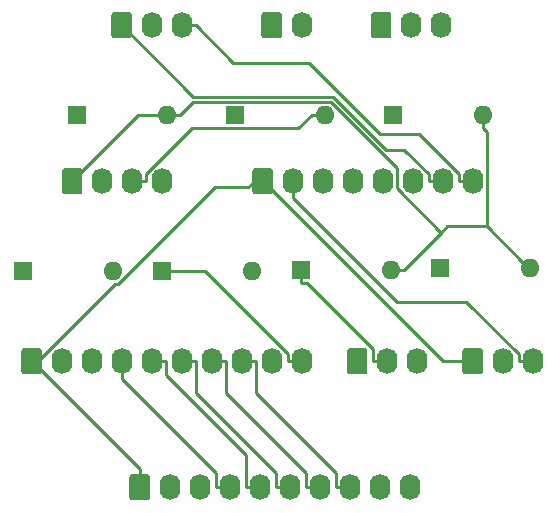
<source format=gbr>
G04 #@! TF.GenerationSoftware,KiCad,Pcbnew,(5.1.5-0-10_14)*
G04 #@! TF.CreationDate,2021-04-18T14:53:33+10:00*
G04 #@! TF.ProjectId,OH - Right Console - A - Sim Control,4f48202d-2052-4696-9768-7420436f6e73,rev?*
G04 #@! TF.SameCoordinates,Original*
G04 #@! TF.FileFunction,Copper,L2,Bot*
G04 #@! TF.FilePolarity,Positive*
%FSLAX46Y46*%
G04 Gerber Fmt 4.6, Leading zero omitted, Abs format (unit mm)*
G04 Created by KiCad (PCBNEW (5.1.5-0-10_14)) date 2021-04-18 14:53:33*
%MOMM*%
%LPD*%
G04 APERTURE LIST*
%ADD10O,1.740000X2.200000*%
%ADD11C,0.100000*%
%ADD12O,1.600000X1.600000*%
%ADD13R,1.600000X1.600000*%
%ADD14C,0.250000*%
G04 APERTURE END LIST*
D10*
X168783000Y-133350000D03*
X166243000Y-133350000D03*
X163703000Y-133350000D03*
X161163000Y-133350000D03*
X158623000Y-133350000D03*
X156083000Y-133350000D03*
X153543000Y-133350000D03*
X151003000Y-133350000D03*
X148463000Y-133350000D03*
G04 #@! TA.AperFunction,ComponentPad*
D11*
G36*
X146567505Y-132251204D02*
G01*
X146591773Y-132254804D01*
X146615572Y-132260765D01*
X146638671Y-132269030D01*
X146660850Y-132279520D01*
X146681893Y-132292132D01*
X146701599Y-132306747D01*
X146719777Y-132323223D01*
X146736253Y-132341401D01*
X146750868Y-132361107D01*
X146763480Y-132382150D01*
X146773970Y-132404329D01*
X146782235Y-132427428D01*
X146788196Y-132451227D01*
X146791796Y-132475495D01*
X146793000Y-132499999D01*
X146793000Y-134200001D01*
X146791796Y-134224505D01*
X146788196Y-134248773D01*
X146782235Y-134272572D01*
X146773970Y-134295671D01*
X146763480Y-134317850D01*
X146750868Y-134338893D01*
X146736253Y-134358599D01*
X146719777Y-134376777D01*
X146701599Y-134393253D01*
X146681893Y-134407868D01*
X146660850Y-134420480D01*
X146638671Y-134430970D01*
X146615572Y-134439235D01*
X146591773Y-134445196D01*
X146567505Y-134448796D01*
X146543001Y-134450000D01*
X145302999Y-134450000D01*
X145278495Y-134448796D01*
X145254227Y-134445196D01*
X145230428Y-134439235D01*
X145207329Y-134430970D01*
X145185150Y-134420480D01*
X145164107Y-134407868D01*
X145144401Y-134393253D01*
X145126223Y-134376777D01*
X145109747Y-134358599D01*
X145095132Y-134338893D01*
X145082520Y-134317850D01*
X145072030Y-134295671D01*
X145063765Y-134272572D01*
X145057804Y-134248773D01*
X145054204Y-134224505D01*
X145053000Y-134200001D01*
X145053000Y-132499999D01*
X145054204Y-132475495D01*
X145057804Y-132451227D01*
X145063765Y-132427428D01*
X145072030Y-132404329D01*
X145082520Y-132382150D01*
X145095132Y-132361107D01*
X145109747Y-132341401D01*
X145126223Y-132323223D01*
X145144401Y-132306747D01*
X145164107Y-132292132D01*
X145185150Y-132279520D01*
X145207329Y-132269030D01*
X145230428Y-132260765D01*
X145254227Y-132254804D01*
X145278495Y-132251204D01*
X145302999Y-132250000D01*
X146543001Y-132250000D01*
X146567505Y-132251204D01*
G37*
G04 #@! TD.AperFunction*
D10*
X159639000Y-122682000D03*
X157099000Y-122682000D03*
X154559000Y-122682000D03*
X152019000Y-122682000D03*
X149479000Y-122682000D03*
X146939000Y-122682000D03*
X144399000Y-122682000D03*
X141859000Y-122682000D03*
X139319000Y-122682000D03*
G04 #@! TA.AperFunction,ComponentPad*
D11*
G36*
X137423505Y-121583204D02*
G01*
X137447773Y-121586804D01*
X137471572Y-121592765D01*
X137494671Y-121601030D01*
X137516850Y-121611520D01*
X137537893Y-121624132D01*
X137557599Y-121638747D01*
X137575777Y-121655223D01*
X137592253Y-121673401D01*
X137606868Y-121693107D01*
X137619480Y-121714150D01*
X137629970Y-121736329D01*
X137638235Y-121759428D01*
X137644196Y-121783227D01*
X137647796Y-121807495D01*
X137649000Y-121831999D01*
X137649000Y-123532001D01*
X137647796Y-123556505D01*
X137644196Y-123580773D01*
X137638235Y-123604572D01*
X137629970Y-123627671D01*
X137619480Y-123649850D01*
X137606868Y-123670893D01*
X137592253Y-123690599D01*
X137575777Y-123708777D01*
X137557599Y-123725253D01*
X137537893Y-123739868D01*
X137516850Y-123752480D01*
X137494671Y-123762970D01*
X137471572Y-123771235D01*
X137447773Y-123777196D01*
X137423505Y-123780796D01*
X137399001Y-123782000D01*
X136158999Y-123782000D01*
X136134495Y-123780796D01*
X136110227Y-123777196D01*
X136086428Y-123771235D01*
X136063329Y-123762970D01*
X136041150Y-123752480D01*
X136020107Y-123739868D01*
X136000401Y-123725253D01*
X135982223Y-123708777D01*
X135965747Y-123690599D01*
X135951132Y-123670893D01*
X135938520Y-123649850D01*
X135928030Y-123627671D01*
X135919765Y-123604572D01*
X135913804Y-123580773D01*
X135910204Y-123556505D01*
X135909000Y-123532001D01*
X135909000Y-121831999D01*
X135910204Y-121807495D01*
X135913804Y-121783227D01*
X135919765Y-121759428D01*
X135928030Y-121736329D01*
X135938520Y-121714150D01*
X135951132Y-121693107D01*
X135965747Y-121673401D01*
X135982223Y-121655223D01*
X136000401Y-121638747D01*
X136020107Y-121624132D01*
X136041150Y-121611520D01*
X136063329Y-121601030D01*
X136086428Y-121592765D01*
X136110227Y-121586804D01*
X136134495Y-121583204D01*
X136158999Y-121582000D01*
X137399001Y-121582000D01*
X137423505Y-121583204D01*
G37*
G04 #@! TD.AperFunction*
D10*
X159639000Y-94234000D03*
G04 #@! TA.AperFunction,ComponentPad*
D11*
G36*
X157743505Y-93135204D02*
G01*
X157767773Y-93138804D01*
X157791572Y-93144765D01*
X157814671Y-93153030D01*
X157836850Y-93163520D01*
X157857893Y-93176132D01*
X157877599Y-93190747D01*
X157895777Y-93207223D01*
X157912253Y-93225401D01*
X157926868Y-93245107D01*
X157939480Y-93266150D01*
X157949970Y-93288329D01*
X157958235Y-93311428D01*
X157964196Y-93335227D01*
X157967796Y-93359495D01*
X157969000Y-93383999D01*
X157969000Y-95084001D01*
X157967796Y-95108505D01*
X157964196Y-95132773D01*
X157958235Y-95156572D01*
X157949970Y-95179671D01*
X157939480Y-95201850D01*
X157926868Y-95222893D01*
X157912253Y-95242599D01*
X157895777Y-95260777D01*
X157877599Y-95277253D01*
X157857893Y-95291868D01*
X157836850Y-95304480D01*
X157814671Y-95314970D01*
X157791572Y-95323235D01*
X157767773Y-95329196D01*
X157743505Y-95332796D01*
X157719001Y-95334000D01*
X156478999Y-95334000D01*
X156454495Y-95332796D01*
X156430227Y-95329196D01*
X156406428Y-95323235D01*
X156383329Y-95314970D01*
X156361150Y-95304480D01*
X156340107Y-95291868D01*
X156320401Y-95277253D01*
X156302223Y-95260777D01*
X156285747Y-95242599D01*
X156271132Y-95222893D01*
X156258520Y-95201850D01*
X156248030Y-95179671D01*
X156239765Y-95156572D01*
X156233804Y-95132773D01*
X156230204Y-95108505D01*
X156229000Y-95084001D01*
X156229000Y-93383999D01*
X156230204Y-93359495D01*
X156233804Y-93335227D01*
X156239765Y-93311428D01*
X156248030Y-93288329D01*
X156258520Y-93266150D01*
X156271132Y-93245107D01*
X156285747Y-93225401D01*
X156302223Y-93207223D01*
X156320401Y-93190747D01*
X156340107Y-93176132D01*
X156361150Y-93163520D01*
X156383329Y-93153030D01*
X156406428Y-93144765D01*
X156430227Y-93138804D01*
X156454495Y-93135204D01*
X156478999Y-93134000D01*
X157719001Y-93134000D01*
X157743505Y-93135204D01*
G37*
G04 #@! TD.AperFunction*
D10*
X149479000Y-94234000D03*
X146939000Y-94234000D03*
G04 #@! TA.AperFunction,ComponentPad*
D11*
G36*
X145043505Y-93135204D02*
G01*
X145067773Y-93138804D01*
X145091572Y-93144765D01*
X145114671Y-93153030D01*
X145136850Y-93163520D01*
X145157893Y-93176132D01*
X145177599Y-93190747D01*
X145195777Y-93207223D01*
X145212253Y-93225401D01*
X145226868Y-93245107D01*
X145239480Y-93266150D01*
X145249970Y-93288329D01*
X145258235Y-93311428D01*
X145264196Y-93335227D01*
X145267796Y-93359495D01*
X145269000Y-93383999D01*
X145269000Y-95084001D01*
X145267796Y-95108505D01*
X145264196Y-95132773D01*
X145258235Y-95156572D01*
X145249970Y-95179671D01*
X145239480Y-95201850D01*
X145226868Y-95222893D01*
X145212253Y-95242599D01*
X145195777Y-95260777D01*
X145177599Y-95277253D01*
X145157893Y-95291868D01*
X145136850Y-95304480D01*
X145114671Y-95314970D01*
X145091572Y-95323235D01*
X145067773Y-95329196D01*
X145043505Y-95332796D01*
X145019001Y-95334000D01*
X143778999Y-95334000D01*
X143754495Y-95332796D01*
X143730227Y-95329196D01*
X143706428Y-95323235D01*
X143683329Y-95314970D01*
X143661150Y-95304480D01*
X143640107Y-95291868D01*
X143620401Y-95277253D01*
X143602223Y-95260777D01*
X143585747Y-95242599D01*
X143571132Y-95222893D01*
X143558520Y-95201850D01*
X143548030Y-95179671D01*
X143539765Y-95156572D01*
X143533804Y-95132773D01*
X143530204Y-95108505D01*
X143529000Y-95084001D01*
X143529000Y-93383999D01*
X143530204Y-93359495D01*
X143533804Y-93335227D01*
X143539765Y-93311428D01*
X143548030Y-93288329D01*
X143558520Y-93266150D01*
X143571132Y-93245107D01*
X143585747Y-93225401D01*
X143602223Y-93207223D01*
X143620401Y-93190747D01*
X143640107Y-93176132D01*
X143661150Y-93163520D01*
X143683329Y-93153030D01*
X143706428Y-93144765D01*
X143730227Y-93138804D01*
X143754495Y-93135204D01*
X143778999Y-93134000D01*
X145019001Y-93134000D01*
X145043505Y-93135204D01*
G37*
G04 #@! TD.AperFunction*
D10*
X171450000Y-94234000D03*
X168910000Y-94234000D03*
G04 #@! TA.AperFunction,ComponentPad*
D11*
G36*
X167014505Y-93135204D02*
G01*
X167038773Y-93138804D01*
X167062572Y-93144765D01*
X167085671Y-93153030D01*
X167107850Y-93163520D01*
X167128893Y-93176132D01*
X167148599Y-93190747D01*
X167166777Y-93207223D01*
X167183253Y-93225401D01*
X167197868Y-93245107D01*
X167210480Y-93266150D01*
X167220970Y-93288329D01*
X167229235Y-93311428D01*
X167235196Y-93335227D01*
X167238796Y-93359495D01*
X167240000Y-93383999D01*
X167240000Y-95084001D01*
X167238796Y-95108505D01*
X167235196Y-95132773D01*
X167229235Y-95156572D01*
X167220970Y-95179671D01*
X167210480Y-95201850D01*
X167197868Y-95222893D01*
X167183253Y-95242599D01*
X167166777Y-95260777D01*
X167148599Y-95277253D01*
X167128893Y-95291868D01*
X167107850Y-95304480D01*
X167085671Y-95314970D01*
X167062572Y-95323235D01*
X167038773Y-95329196D01*
X167014505Y-95332796D01*
X166990001Y-95334000D01*
X165749999Y-95334000D01*
X165725495Y-95332796D01*
X165701227Y-95329196D01*
X165677428Y-95323235D01*
X165654329Y-95314970D01*
X165632150Y-95304480D01*
X165611107Y-95291868D01*
X165591401Y-95277253D01*
X165573223Y-95260777D01*
X165556747Y-95242599D01*
X165542132Y-95222893D01*
X165529520Y-95201850D01*
X165519030Y-95179671D01*
X165510765Y-95156572D01*
X165504804Y-95132773D01*
X165501204Y-95108505D01*
X165500000Y-95084001D01*
X165500000Y-93383999D01*
X165501204Y-93359495D01*
X165504804Y-93335227D01*
X165510765Y-93311428D01*
X165519030Y-93288329D01*
X165529520Y-93266150D01*
X165542132Y-93245107D01*
X165556747Y-93225401D01*
X165573223Y-93207223D01*
X165591401Y-93190747D01*
X165611107Y-93176132D01*
X165632150Y-93163520D01*
X165654329Y-93153030D01*
X165677428Y-93144765D01*
X165701227Y-93138804D01*
X165725495Y-93135204D01*
X165749999Y-93134000D01*
X166990001Y-93134000D01*
X167014505Y-93135204D01*
G37*
G04 #@! TD.AperFunction*
D10*
X169418000Y-122682000D03*
X166878000Y-122682000D03*
G04 #@! TA.AperFunction,ComponentPad*
D11*
G36*
X164982505Y-121583204D02*
G01*
X165006773Y-121586804D01*
X165030572Y-121592765D01*
X165053671Y-121601030D01*
X165075850Y-121611520D01*
X165096893Y-121624132D01*
X165116599Y-121638747D01*
X165134777Y-121655223D01*
X165151253Y-121673401D01*
X165165868Y-121693107D01*
X165178480Y-121714150D01*
X165188970Y-121736329D01*
X165197235Y-121759428D01*
X165203196Y-121783227D01*
X165206796Y-121807495D01*
X165208000Y-121831999D01*
X165208000Y-123532001D01*
X165206796Y-123556505D01*
X165203196Y-123580773D01*
X165197235Y-123604572D01*
X165188970Y-123627671D01*
X165178480Y-123649850D01*
X165165868Y-123670893D01*
X165151253Y-123690599D01*
X165134777Y-123708777D01*
X165116599Y-123725253D01*
X165096893Y-123739868D01*
X165075850Y-123752480D01*
X165053671Y-123762970D01*
X165030572Y-123771235D01*
X165006773Y-123777196D01*
X164982505Y-123780796D01*
X164958001Y-123782000D01*
X163717999Y-123782000D01*
X163693495Y-123780796D01*
X163669227Y-123777196D01*
X163645428Y-123771235D01*
X163622329Y-123762970D01*
X163600150Y-123752480D01*
X163579107Y-123739868D01*
X163559401Y-123725253D01*
X163541223Y-123708777D01*
X163524747Y-123690599D01*
X163510132Y-123670893D01*
X163497520Y-123649850D01*
X163487030Y-123627671D01*
X163478765Y-123604572D01*
X163472804Y-123580773D01*
X163469204Y-123556505D01*
X163468000Y-123532001D01*
X163468000Y-121831999D01*
X163469204Y-121807495D01*
X163472804Y-121783227D01*
X163478765Y-121759428D01*
X163487030Y-121736329D01*
X163497520Y-121714150D01*
X163510132Y-121693107D01*
X163524747Y-121673401D01*
X163541223Y-121655223D01*
X163559401Y-121638747D01*
X163579107Y-121624132D01*
X163600150Y-121611520D01*
X163622329Y-121601030D01*
X163645428Y-121592765D01*
X163669227Y-121586804D01*
X163693495Y-121583204D01*
X163717999Y-121582000D01*
X164958001Y-121582000D01*
X164982505Y-121583204D01*
G37*
G04 #@! TD.AperFunction*
D10*
X179197000Y-122682000D03*
X176657000Y-122682000D03*
G04 #@! TA.AperFunction,ComponentPad*
D11*
G36*
X174761505Y-121583204D02*
G01*
X174785773Y-121586804D01*
X174809572Y-121592765D01*
X174832671Y-121601030D01*
X174854850Y-121611520D01*
X174875893Y-121624132D01*
X174895599Y-121638747D01*
X174913777Y-121655223D01*
X174930253Y-121673401D01*
X174944868Y-121693107D01*
X174957480Y-121714150D01*
X174967970Y-121736329D01*
X174976235Y-121759428D01*
X174982196Y-121783227D01*
X174985796Y-121807495D01*
X174987000Y-121831999D01*
X174987000Y-123532001D01*
X174985796Y-123556505D01*
X174982196Y-123580773D01*
X174976235Y-123604572D01*
X174967970Y-123627671D01*
X174957480Y-123649850D01*
X174944868Y-123670893D01*
X174930253Y-123690599D01*
X174913777Y-123708777D01*
X174895599Y-123725253D01*
X174875893Y-123739868D01*
X174854850Y-123752480D01*
X174832671Y-123762970D01*
X174809572Y-123771235D01*
X174785773Y-123777196D01*
X174761505Y-123780796D01*
X174737001Y-123782000D01*
X173496999Y-123782000D01*
X173472495Y-123780796D01*
X173448227Y-123777196D01*
X173424428Y-123771235D01*
X173401329Y-123762970D01*
X173379150Y-123752480D01*
X173358107Y-123739868D01*
X173338401Y-123725253D01*
X173320223Y-123708777D01*
X173303747Y-123690599D01*
X173289132Y-123670893D01*
X173276520Y-123649850D01*
X173266030Y-123627671D01*
X173257765Y-123604572D01*
X173251804Y-123580773D01*
X173248204Y-123556505D01*
X173247000Y-123532001D01*
X173247000Y-121831999D01*
X173248204Y-121807495D01*
X173251804Y-121783227D01*
X173257765Y-121759428D01*
X173266030Y-121736329D01*
X173276520Y-121714150D01*
X173289132Y-121693107D01*
X173303747Y-121673401D01*
X173320223Y-121655223D01*
X173338401Y-121638747D01*
X173358107Y-121624132D01*
X173379150Y-121611520D01*
X173401329Y-121601030D01*
X173424428Y-121592765D01*
X173448227Y-121586804D01*
X173472495Y-121583204D01*
X173496999Y-121582000D01*
X174737001Y-121582000D01*
X174761505Y-121583204D01*
G37*
G04 #@! TD.AperFunction*
D10*
X174117000Y-107442000D03*
X171577000Y-107442000D03*
X169037000Y-107442000D03*
X166497000Y-107442000D03*
X163957000Y-107442000D03*
X161417000Y-107442000D03*
X158877000Y-107442000D03*
G04 #@! TA.AperFunction,ComponentPad*
D11*
G36*
X156981505Y-106343204D02*
G01*
X157005773Y-106346804D01*
X157029572Y-106352765D01*
X157052671Y-106361030D01*
X157074850Y-106371520D01*
X157095893Y-106384132D01*
X157115599Y-106398747D01*
X157133777Y-106415223D01*
X157150253Y-106433401D01*
X157164868Y-106453107D01*
X157177480Y-106474150D01*
X157187970Y-106496329D01*
X157196235Y-106519428D01*
X157202196Y-106543227D01*
X157205796Y-106567495D01*
X157207000Y-106591999D01*
X157207000Y-108292001D01*
X157205796Y-108316505D01*
X157202196Y-108340773D01*
X157196235Y-108364572D01*
X157187970Y-108387671D01*
X157177480Y-108409850D01*
X157164868Y-108430893D01*
X157150253Y-108450599D01*
X157133777Y-108468777D01*
X157115599Y-108485253D01*
X157095893Y-108499868D01*
X157074850Y-108512480D01*
X157052671Y-108522970D01*
X157029572Y-108531235D01*
X157005773Y-108537196D01*
X156981505Y-108540796D01*
X156957001Y-108542000D01*
X155716999Y-108542000D01*
X155692495Y-108540796D01*
X155668227Y-108537196D01*
X155644428Y-108531235D01*
X155621329Y-108522970D01*
X155599150Y-108512480D01*
X155578107Y-108499868D01*
X155558401Y-108485253D01*
X155540223Y-108468777D01*
X155523747Y-108450599D01*
X155509132Y-108430893D01*
X155496520Y-108409850D01*
X155486030Y-108387671D01*
X155477765Y-108364572D01*
X155471804Y-108340773D01*
X155468204Y-108316505D01*
X155467000Y-108292001D01*
X155467000Y-106591999D01*
X155468204Y-106567495D01*
X155471804Y-106543227D01*
X155477765Y-106519428D01*
X155486030Y-106496329D01*
X155496520Y-106474150D01*
X155509132Y-106453107D01*
X155523747Y-106433401D01*
X155540223Y-106415223D01*
X155558401Y-106398747D01*
X155578107Y-106384132D01*
X155599150Y-106371520D01*
X155621329Y-106361030D01*
X155644428Y-106352765D01*
X155668227Y-106346804D01*
X155692495Y-106343204D01*
X155716999Y-106342000D01*
X156957001Y-106342000D01*
X156981505Y-106343204D01*
G37*
G04 #@! TD.AperFunction*
D10*
X147828000Y-107442000D03*
X145288000Y-107442000D03*
X142748000Y-107442000D03*
G04 #@! TA.AperFunction,ComponentPad*
D11*
G36*
X140852505Y-106343204D02*
G01*
X140876773Y-106346804D01*
X140900572Y-106352765D01*
X140923671Y-106361030D01*
X140945850Y-106371520D01*
X140966893Y-106384132D01*
X140986599Y-106398747D01*
X141004777Y-106415223D01*
X141021253Y-106433401D01*
X141035868Y-106453107D01*
X141048480Y-106474150D01*
X141058970Y-106496329D01*
X141067235Y-106519428D01*
X141073196Y-106543227D01*
X141076796Y-106567495D01*
X141078000Y-106591999D01*
X141078000Y-108292001D01*
X141076796Y-108316505D01*
X141073196Y-108340773D01*
X141067235Y-108364572D01*
X141058970Y-108387671D01*
X141048480Y-108409850D01*
X141035868Y-108430893D01*
X141021253Y-108450599D01*
X141004777Y-108468777D01*
X140986599Y-108485253D01*
X140966893Y-108499868D01*
X140945850Y-108512480D01*
X140923671Y-108522970D01*
X140900572Y-108531235D01*
X140876773Y-108537196D01*
X140852505Y-108540796D01*
X140828001Y-108542000D01*
X139587999Y-108542000D01*
X139563495Y-108540796D01*
X139539227Y-108537196D01*
X139515428Y-108531235D01*
X139492329Y-108522970D01*
X139470150Y-108512480D01*
X139449107Y-108499868D01*
X139429401Y-108485253D01*
X139411223Y-108468777D01*
X139394747Y-108450599D01*
X139380132Y-108430893D01*
X139367520Y-108409850D01*
X139357030Y-108387671D01*
X139348765Y-108364572D01*
X139342804Y-108340773D01*
X139339204Y-108316505D01*
X139338000Y-108292001D01*
X139338000Y-106591999D01*
X139339204Y-106567495D01*
X139342804Y-106543227D01*
X139348765Y-106519428D01*
X139357030Y-106496329D01*
X139367520Y-106474150D01*
X139380132Y-106453107D01*
X139394747Y-106433401D01*
X139411223Y-106415223D01*
X139429401Y-106398747D01*
X139449107Y-106384132D01*
X139470150Y-106371520D01*
X139492329Y-106361030D01*
X139515428Y-106352765D01*
X139539227Y-106346804D01*
X139563495Y-106343204D01*
X139587999Y-106342000D01*
X140828001Y-106342000D01*
X140852505Y-106343204D01*
G37*
G04 #@! TD.AperFunction*
D12*
X143637000Y-115062000D03*
D13*
X136017000Y-115062000D03*
D12*
X155406000Y-115062000D03*
D13*
X147786000Y-115062000D03*
D12*
X161608000Y-101854000D03*
D13*
X153988000Y-101854000D03*
D12*
X148209000Y-101854000D03*
D13*
X140589000Y-101854000D03*
D12*
X175006000Y-101854000D03*
D13*
X167386000Y-101854000D03*
D12*
X167174000Y-114935000D03*
D13*
X159554000Y-114935000D03*
D12*
X178943000Y-114808000D03*
D13*
X171323000Y-114808000D03*
D14*
X171441100Y-111793200D02*
X168299300Y-114935000D01*
X175322300Y-111275000D02*
X171959300Y-111275000D01*
X171959300Y-111275000D02*
X171441100Y-111793200D01*
X171441100Y-111793200D02*
X167701800Y-108054000D01*
X167701800Y-108054000D02*
X167701800Y-106345700D01*
X167701800Y-106345700D02*
X162084800Y-100728700D01*
X162084800Y-100728700D02*
X150459600Y-100728700D01*
X150459600Y-100728700D02*
X149334300Y-101854000D01*
X148209000Y-101854000D02*
X149334300Y-101854000D01*
X178380400Y-114808000D02*
X178380400Y-114333100D01*
X178380400Y-114333100D02*
X175322300Y-111275000D01*
X175322300Y-111275000D02*
X175322300Y-103295600D01*
X175322300Y-103295600D02*
X175006000Y-102979300D01*
X167174000Y-114935000D02*
X168299300Y-114935000D01*
X175006000Y-101854000D02*
X175006000Y-102979300D01*
X178943000Y-114808000D02*
X178380400Y-114808000D01*
X148209000Y-101854000D02*
X145796000Y-101854000D01*
X145796000Y-101854000D02*
X140208000Y-107442000D01*
X166878000Y-122682000D02*
X165682700Y-122682000D01*
X159554000Y-114935000D02*
X159554000Y-116060300D01*
X159554000Y-116060300D02*
X160080700Y-116060300D01*
X160080700Y-116060300D02*
X165682700Y-121662300D01*
X165682700Y-121662300D02*
X165682700Y-122682000D01*
X145288000Y-107442000D02*
X146483300Y-107442000D01*
X161608000Y-101854000D02*
X160482700Y-101854000D01*
X160482700Y-101854000D02*
X159357400Y-102979300D01*
X159357400Y-102979300D02*
X150348300Y-102979300D01*
X150348300Y-102979300D02*
X146483300Y-106844300D01*
X146483300Y-106844300D02*
X146483300Y-107442000D01*
X159639000Y-122682000D02*
X158443700Y-122682000D01*
X147786000Y-115062000D02*
X151421300Y-115062000D01*
X151421300Y-115062000D02*
X158443700Y-122084400D01*
X158443700Y-122084400D02*
X158443700Y-122682000D01*
X149479000Y-94234000D02*
X150674300Y-94234000D01*
X174117000Y-107442000D02*
X172921700Y-107442000D01*
X172921700Y-107442000D02*
X172921700Y-106844400D01*
X172921700Y-106844400D02*
X169536400Y-103459100D01*
X169536400Y-103459100D02*
X166260600Y-103459100D01*
X166260600Y-103459100D02*
X160217000Y-97415500D01*
X160217000Y-97415500D02*
X153855800Y-97415500D01*
X153855800Y-97415500D02*
X150674300Y-94234000D01*
X163703000Y-133350000D02*
X162507700Y-133350000D01*
X154559000Y-122682000D02*
X155754300Y-122682000D01*
X155754300Y-122682000D02*
X155754300Y-125401300D01*
X155754300Y-125401300D02*
X162507700Y-132154700D01*
X162507700Y-132154700D02*
X162507700Y-133350000D01*
X144399000Y-94234000D02*
X150443400Y-100278400D01*
X150443400Y-100278400D02*
X162281900Y-100278400D01*
X162281900Y-100278400D02*
X166786400Y-104782900D01*
X166786400Y-104782900D02*
X168320200Y-104782900D01*
X168320200Y-104782900D02*
X170381700Y-106844400D01*
X170381700Y-106844400D02*
X170381700Y-107442000D01*
X161163000Y-133350000D02*
X159967700Y-133350000D01*
X152019000Y-122682000D02*
X153214300Y-122682000D01*
X153214300Y-122682000D02*
X153214300Y-125401300D01*
X153214300Y-125401300D02*
X159967700Y-132154700D01*
X159967700Y-132154700D02*
X159967700Y-133350000D01*
X171577000Y-107442000D02*
X170381700Y-107442000D01*
X158623000Y-133350000D02*
X157427700Y-133350000D01*
X149479000Y-122682000D02*
X150674300Y-122682000D01*
X150674300Y-122682000D02*
X150674300Y-125401300D01*
X150674300Y-125401300D02*
X157427700Y-132154700D01*
X157427700Y-132154700D02*
X157427700Y-133350000D01*
X146939000Y-122682000D02*
X148134300Y-122682000D01*
X156083000Y-133350000D02*
X154887700Y-133350000D01*
X148134300Y-122682000D02*
X148134300Y-123877300D01*
X148134300Y-123877300D02*
X154887700Y-130630700D01*
X154887700Y-130630700D02*
X154887700Y-133350000D01*
X153543000Y-133350000D02*
X152347700Y-133350000D01*
X152347700Y-133350000D02*
X152347700Y-132154700D01*
X152347700Y-132154700D02*
X144399000Y-124206000D01*
X144399000Y-124206000D02*
X144399000Y-122682000D01*
X178001700Y-122682000D02*
X178001700Y-122084400D01*
X178001700Y-122084400D02*
X173577600Y-117660300D01*
X173577600Y-117660300D02*
X167670000Y-117660300D01*
X167670000Y-117660300D02*
X158877000Y-108867300D01*
X158877000Y-107442000D02*
X158877000Y-108867300D01*
X179197000Y-122682000D02*
X178001700Y-122682000D01*
X156337000Y-107442000D02*
X171577000Y-122682000D01*
X171577000Y-122682000D02*
X174117000Y-122682000D01*
X156337000Y-107442000D02*
X155648200Y-107442000D01*
X155648200Y-107442000D02*
X155120500Y-107969700D01*
X155120500Y-107969700D02*
X152320900Y-107969700D01*
X152320900Y-107969700D02*
X144103200Y-116187400D01*
X144103200Y-116187400D02*
X143832700Y-116187400D01*
X143832700Y-116187400D02*
X137058600Y-122961500D01*
X137058600Y-122961500D02*
X145923000Y-131826000D01*
X145923000Y-131826000D02*
X145923000Y-133350000D01*
X136779000Y-122682000D02*
X137058600Y-122961500D01*
M02*

</source>
